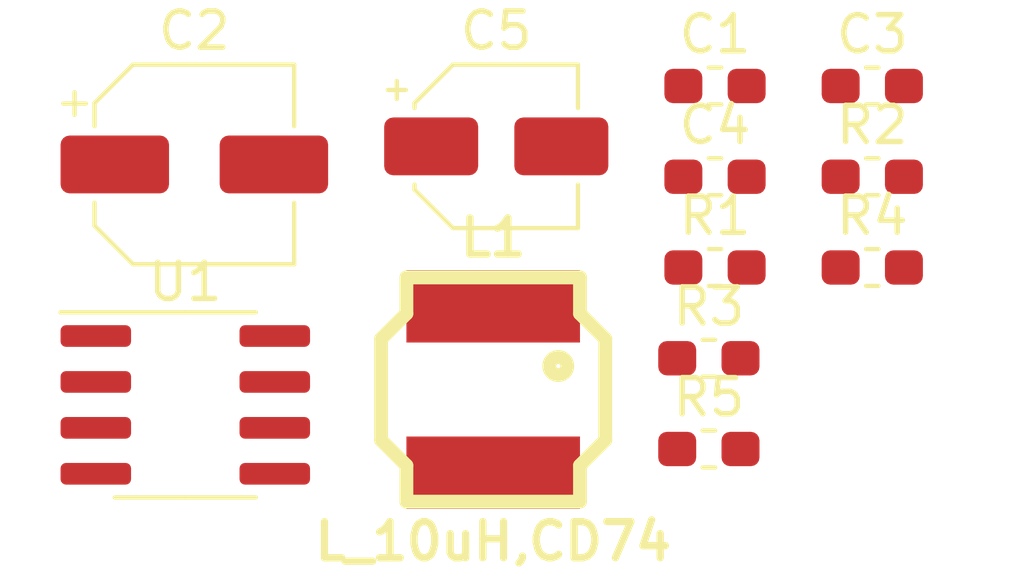
<source format=kicad_pcb>
(kicad_pcb (version 20171130) (host pcbnew 5.1.2-f72e74a~84~ubuntu18.04.1)

  (general
    (thickness 1.6)
    (drawings 0)
    (tracks 0)
    (zones 0)
    (modules 12)
    (nets 12)
  )

  (page A4)
  (layers
    (0 F.Cu signal)
    (31 B.Cu signal)
    (32 B.Adhes user)
    (33 F.Adhes user)
    (34 B.Paste user)
    (35 F.Paste user)
    (36 B.SilkS user)
    (37 F.SilkS user)
    (38 B.Mask user)
    (39 F.Mask user)
    (40 Dwgs.User user)
    (41 Cmts.User user)
    (42 Eco1.User user)
    (43 Eco2.User user)
    (44 Edge.Cuts user)
    (45 Margin user)
    (46 B.CrtYd user)
    (47 F.CrtYd user)
    (48 B.Fab user)
    (49 F.Fab user)
  )

  (setup
    (last_trace_width 0.25)
    (trace_clearance 0.2)
    (zone_clearance 0.508)
    (zone_45_only no)
    (trace_min 0.2)
    (via_size 0.8)
    (via_drill 0.4)
    (via_min_size 0.4)
    (via_min_drill 0.3)
    (uvia_size 0.3)
    (uvia_drill 0.1)
    (uvias_allowed no)
    (uvia_min_size 0.2)
    (uvia_min_drill 0.1)
    (edge_width 0.05)
    (segment_width 0.2)
    (pcb_text_width 0.3)
    (pcb_text_size 1.5 1.5)
    (mod_edge_width 0.12)
    (mod_text_size 1 1)
    (mod_text_width 0.15)
    (pad_size 1.524 1.524)
    (pad_drill 0.762)
    (pad_to_mask_clearance 0.051)
    (solder_mask_min_width 0.25)
    (aux_axis_origin 0 0)
    (visible_elements FFFFFF7F)
    (pcbplotparams
      (layerselection 0x010fc_ffffffff)
      (usegerberextensions false)
      (usegerberattributes false)
      (usegerberadvancedattributes false)
      (creategerberjobfile false)
      (excludeedgelayer true)
      (linewidth 0.100000)
      (plotframeref false)
      (viasonmask false)
      (mode 1)
      (useauxorigin false)
      (hpglpennumber 1)
      (hpglpenspeed 20)
      (hpglpendiameter 15.000000)
      (psnegative false)
      (psa4output false)
      (plotreference true)
      (plotvalue true)
      (plotinvisibletext false)
      (padsonsilk false)
      (subtractmaskfromsilk false)
      (outputformat 1)
      (mirror false)
      (drillshape 1)
      (scaleselection 1)
      (outputdirectory ""))
  )

  (net 0 "")
  (net 1 "Net-(C1-Pad2)")
  (net 2 "Net-(C1-Pad1)")
  (net 3 GND)
  (net 4 "Net-(C2-Pad1)")
  (net 5 "Net-(C3-Pad1)")
  (net 6 "Net-(C4-Pad2)")
  (net 7 "Net-(C4-Pad1)")
  (net 8 "Net-(C5-Pad1)")
  (net 9 "Net-(R1-Pad2)")
  (net 10 "Net-(J1-Pad1)")
  (net 11 "Net-(R2-Pad2)")

  (net_class Default "This is the default net class."
    (clearance 0.2)
    (trace_width 0.25)
    (via_dia 0.8)
    (via_drill 0.4)
    (uvia_dia 0.3)
    (uvia_drill 0.1)
    (add_net GND)
    (add_net "Net-(C1-Pad1)")
    (add_net "Net-(C1-Pad2)")
    (add_net "Net-(C2-Pad1)")
    (add_net "Net-(C3-Pad1)")
    (add_net "Net-(C4-Pad1)")
    (add_net "Net-(C4-Pad2)")
    (add_net "Net-(C5-Pad1)")
    (add_net "Net-(J1-Pad1)")
    (add_net "Net-(R1-Pad2)")
    (add_net "Net-(R2-Pad2)")
  )

  (module Package_SO:SOIC-8_3.9x4.9mm_P1.27mm (layer F.Cu) (tedit 5C97300E) (tstamp 5CD1AE35)
    (at 28.85 37.92)
    (descr "SOIC, 8 Pin (JEDEC MS-012AA, https://www.analog.com/media/en/package-pcb-resources/package/pkg_pdf/soic_narrow-r/r_8.pdf), generated with kicad-footprint-generator ipc_gullwing_generator.py")
    (tags "SOIC SO")
    (path /5CD16FB9)
    (attr smd)
    (fp_text reference U1 (at 0 -3.4) (layer F.SilkS)
      (effects (font (size 1 1) (thickness 0.15)))
    )
    (fp_text value MP2303A_ALT (at 0 3.4) (layer F.Fab)
      (effects (font (size 1 1) (thickness 0.15)))
    )
    (fp_text user %R (at 0 0) (layer F.Fab)
      (effects (font (size 0.98 0.98) (thickness 0.15)))
    )
    (fp_line (start 3.7 -2.7) (end -3.7 -2.7) (layer F.CrtYd) (width 0.05))
    (fp_line (start 3.7 2.7) (end 3.7 -2.7) (layer F.CrtYd) (width 0.05))
    (fp_line (start -3.7 2.7) (end 3.7 2.7) (layer F.CrtYd) (width 0.05))
    (fp_line (start -3.7 -2.7) (end -3.7 2.7) (layer F.CrtYd) (width 0.05))
    (fp_line (start -1.95 -1.475) (end -0.975 -2.45) (layer F.Fab) (width 0.1))
    (fp_line (start -1.95 2.45) (end -1.95 -1.475) (layer F.Fab) (width 0.1))
    (fp_line (start 1.95 2.45) (end -1.95 2.45) (layer F.Fab) (width 0.1))
    (fp_line (start 1.95 -2.45) (end 1.95 2.45) (layer F.Fab) (width 0.1))
    (fp_line (start -0.975 -2.45) (end 1.95 -2.45) (layer F.Fab) (width 0.1))
    (fp_line (start 0 -2.56) (end -3.45 -2.56) (layer F.SilkS) (width 0.12))
    (fp_line (start 0 -2.56) (end 1.95 -2.56) (layer F.SilkS) (width 0.12))
    (fp_line (start 0 2.56) (end -1.95 2.56) (layer F.SilkS) (width 0.12))
    (fp_line (start 0 2.56) (end 1.95 2.56) (layer F.SilkS) (width 0.12))
    (pad 8 smd roundrect (at 2.475 -1.905) (size 1.95 0.6) (layers F.Cu F.Paste F.Mask) (roundrect_rratio 0.25)
      (net 5 "Net-(C3-Pad1)"))
    (pad 7 smd roundrect (at 2.475 -0.635) (size 1.95 0.6) (layers F.Cu F.Paste F.Mask) (roundrect_rratio 0.25)
      (net 9 "Net-(R1-Pad2)"))
    (pad 6 smd roundrect (at 2.475 0.635) (size 1.95 0.6) (layers F.Cu F.Paste F.Mask) (roundrect_rratio 0.25)
      (net 7 "Net-(C4-Pad1)"))
    (pad 5 smd roundrect (at 2.475 1.905) (size 1.95 0.6) (layers F.Cu F.Paste F.Mask) (roundrect_rratio 0.25)
      (net 11 "Net-(R2-Pad2)"))
    (pad 4 smd roundrect (at -2.475 1.905) (size 1.95 0.6) (layers F.Cu F.Paste F.Mask) (roundrect_rratio 0.25)
      (net 3 GND))
    (pad 3 smd roundrect (at -2.475 0.635) (size 1.95 0.6) (layers F.Cu F.Paste F.Mask) (roundrect_rratio 0.25)
      (net 2 "Net-(C1-Pad1)"))
    (pad 2 smd roundrect (at -2.475 -0.635) (size 1.95 0.6) (layers F.Cu F.Paste F.Mask) (roundrect_rratio 0.25)
      (net 10 "Net-(J1-Pad1)"))
    (pad 1 smd roundrect (at -2.475 -1.905) (size 1.95 0.6) (layers F.Cu F.Paste F.Mask) (roundrect_rratio 0.25)
      (net 1 "Net-(C1-Pad2)"))
    (model ${KISYS3DMOD}/Package_SO.3dshapes/SOIC-8_3.9x4.9mm_P1.27mm.wrl
      (at (xyz 0 0 0))
      (scale (xyz 1 1 1))
      (rotate (xyz 0 0 0))
    )
  )

  (module Resistor_SMD:R_0603_1608Metric_Pad1.05x0.95mm_HandSolder (layer F.Cu) (tedit 5B301BBD) (tstamp 5CD1AE1B)
    (at 43.33 39.14)
    (descr "Resistor SMD 0603 (1608 Metric), square (rectangular) end terminal, IPC_7351 nominal with elongated pad for handsoldering. (Body size source: http://www.tortai-tech.com/upload/download/2011102023233369053.pdf), generated with kicad-footprint-generator")
    (tags "resistor handsolder")
    (path /5CD1AA04)
    (attr smd)
    (fp_text reference R5 (at 0 -1.43) (layer F.SilkS)
      (effects (font (size 1 1) (thickness 0.15)))
    )
    (fp_text value R432,0603 (at 0 1.43) (layer F.Fab)
      (effects (font (size 1 1) (thickness 0.15)))
    )
    (fp_text user %R (at 0 0) (layer F.Fab)
      (effects (font (size 0.4 0.4) (thickness 0.06)))
    )
    (fp_line (start 1.65 0.73) (end -1.65 0.73) (layer F.CrtYd) (width 0.05))
    (fp_line (start 1.65 -0.73) (end 1.65 0.73) (layer F.CrtYd) (width 0.05))
    (fp_line (start -1.65 -0.73) (end 1.65 -0.73) (layer F.CrtYd) (width 0.05))
    (fp_line (start -1.65 0.73) (end -1.65 -0.73) (layer F.CrtYd) (width 0.05))
    (fp_line (start -0.171267 0.51) (end 0.171267 0.51) (layer F.SilkS) (width 0.12))
    (fp_line (start -0.171267 -0.51) (end 0.171267 -0.51) (layer F.SilkS) (width 0.12))
    (fp_line (start 0.8 0.4) (end -0.8 0.4) (layer F.Fab) (width 0.1))
    (fp_line (start 0.8 -0.4) (end 0.8 0.4) (layer F.Fab) (width 0.1))
    (fp_line (start -0.8 -0.4) (end 0.8 -0.4) (layer F.Fab) (width 0.1))
    (fp_line (start -0.8 0.4) (end -0.8 -0.4) (layer F.Fab) (width 0.1))
    (pad 2 smd roundrect (at 0.875 0) (size 1.05 0.95) (layers F.Cu F.Paste F.Mask) (roundrect_rratio 0.25)
      (net 3 GND))
    (pad 1 smd roundrect (at -0.875 0) (size 1.05 0.95) (layers F.Cu F.Paste F.Mask) (roundrect_rratio 0.25)
      (net 6 "Net-(C4-Pad2)"))
    (model ${KISYS3DMOD}/Resistor_SMD.3dshapes/R_0603_1608Metric.wrl
      (at (xyz 0 0 0))
      (scale (xyz 1 1 1))
      (rotate (xyz 0 0 0))
    )
  )

  (module Resistor_SMD:R_0603_1608Metric_Pad1.05x0.95mm_HandSolder (layer F.Cu) (tedit 5B301BBD) (tstamp 5CD1AE0A)
    (at 47.85 34.12)
    (descr "Resistor SMD 0603 (1608 Metric), square (rectangular) end terminal, IPC_7351 nominal with elongated pad for handsoldering. (Body size source: http://www.tortai-tech.com/upload/download/2011102023233369053.pdf), generated with kicad-footprint-generator")
    (tags "resistor handsolder")
    (path /5CD29D14)
    (attr smd)
    (fp_text reference R4 (at 0 -1.43) (layer F.SilkS)
      (effects (font (size 1 1) (thickness 0.15)))
    )
    (fp_text value R103,0603 (at 0 1.43) (layer F.Fab)
      (effects (font (size 1 1) (thickness 0.15)))
    )
    (fp_text user %R (at 0 0) (layer F.Fab)
      (effects (font (size 0.4 0.4) (thickness 0.06)))
    )
    (fp_line (start 1.65 0.73) (end -1.65 0.73) (layer F.CrtYd) (width 0.05))
    (fp_line (start 1.65 -0.73) (end 1.65 0.73) (layer F.CrtYd) (width 0.05))
    (fp_line (start -1.65 -0.73) (end 1.65 -0.73) (layer F.CrtYd) (width 0.05))
    (fp_line (start -1.65 0.73) (end -1.65 -0.73) (layer F.CrtYd) (width 0.05))
    (fp_line (start -0.171267 0.51) (end 0.171267 0.51) (layer F.SilkS) (width 0.12))
    (fp_line (start -0.171267 -0.51) (end 0.171267 -0.51) (layer F.SilkS) (width 0.12))
    (fp_line (start 0.8 0.4) (end -0.8 0.4) (layer F.Fab) (width 0.1))
    (fp_line (start 0.8 -0.4) (end 0.8 0.4) (layer F.Fab) (width 0.1))
    (fp_line (start -0.8 -0.4) (end 0.8 -0.4) (layer F.Fab) (width 0.1))
    (fp_line (start -0.8 0.4) (end -0.8 -0.4) (layer F.Fab) (width 0.1))
    (pad 2 smd roundrect (at 0.875 0) (size 1.05 0.95) (layers F.Cu F.Paste F.Mask) (roundrect_rratio 0.25)
      (net 3 GND))
    (pad 1 smd roundrect (at -0.875 0) (size 1.05 0.95) (layers F.Cu F.Paste F.Mask) (roundrect_rratio 0.25)
      (net 11 "Net-(R2-Pad2)"))
    (model ${KISYS3DMOD}/Resistor_SMD.3dshapes/R_0603_1608Metric.wrl
      (at (xyz 0 0 0))
      (scale (xyz 1 1 1))
      (rotate (xyz 0 0 0))
    )
  )

  (module Resistor_SMD:R_0603_1608Metric_Pad1.05x0.95mm_HandSolder (layer F.Cu) (tedit 5B301BBD) (tstamp 5CD1ADF9)
    (at 43.33 36.63)
    (descr "Resistor SMD 0603 (1608 Metric), square (rectangular) end terminal, IPC_7351 nominal with elongated pad for handsoldering. (Body size source: http://www.tortai-tech.com/upload/download/2011102023233369053.pdf), generated with kicad-footprint-generator")
    (tags "resistor handsolder")
    (path /5CD18D54)
    (attr smd)
    (fp_text reference R3 (at 0 -1.43) (layer F.SilkS)
      (effects (font (size 1 1) (thickness 0.15)))
    )
    (fp_text value R473,0603 (at 0 1.43) (layer F.Fab)
      (effects (font (size 1 1) (thickness 0.15)))
    )
    (fp_text user %R (at 0 0) (layer F.Fab)
      (effects (font (size 0.4 0.4) (thickness 0.06)))
    )
    (fp_line (start 1.65 0.73) (end -1.65 0.73) (layer F.CrtYd) (width 0.05))
    (fp_line (start 1.65 -0.73) (end 1.65 0.73) (layer F.CrtYd) (width 0.05))
    (fp_line (start -1.65 -0.73) (end 1.65 -0.73) (layer F.CrtYd) (width 0.05))
    (fp_line (start -1.65 0.73) (end -1.65 -0.73) (layer F.CrtYd) (width 0.05))
    (fp_line (start -0.171267 0.51) (end 0.171267 0.51) (layer F.SilkS) (width 0.12))
    (fp_line (start -0.171267 -0.51) (end 0.171267 -0.51) (layer F.SilkS) (width 0.12))
    (fp_line (start 0.8 0.4) (end -0.8 0.4) (layer F.Fab) (width 0.1))
    (fp_line (start 0.8 -0.4) (end 0.8 0.4) (layer F.Fab) (width 0.1))
    (fp_line (start -0.8 -0.4) (end 0.8 -0.4) (layer F.Fab) (width 0.1))
    (fp_line (start -0.8 0.4) (end -0.8 -0.4) (layer F.Fab) (width 0.1))
    (pad 2 smd roundrect (at 0.875 0) (size 1.05 0.95) (layers F.Cu F.Paste F.Mask) (roundrect_rratio 0.25)
      (net 3 GND))
    (pad 1 smd roundrect (at -0.875 0) (size 1.05 0.95) (layers F.Cu F.Paste F.Mask) (roundrect_rratio 0.25)
      (net 9 "Net-(R1-Pad2)"))
    (model ${KISYS3DMOD}/Resistor_SMD.3dshapes/R_0603_1608Metric.wrl
      (at (xyz 0 0 0))
      (scale (xyz 1 1 1))
      (rotate (xyz 0 0 0))
    )
  )

  (module Resistor_SMD:R_0603_1608Metric_Pad1.05x0.95mm_HandSolder (layer F.Cu) (tedit 5B301BBD) (tstamp 5CD1ADE8)
    (at 47.85 31.61)
    (descr "Resistor SMD 0603 (1608 Metric), square (rectangular) end terminal, IPC_7351 nominal with elongated pad for handsoldering. (Body size source: http://www.tortai-tech.com/upload/download/2011102023233369053.pdf), generated with kicad-footprint-generator")
    (tags "resistor handsolder")
    (path /5CD1E69A)
    (attr smd)
    (fp_text reference R2 (at 0 -1.43) (layer F.SilkS)
      (effects (font (size 1 1) (thickness 0.15)))
    )
    (fp_text value R303,0603 (at 0 1.43) (layer F.Fab)
      (effects (font (size 1 1) (thickness 0.15)))
    )
    (fp_text user %R (at 0 0) (layer F.Fab)
      (effects (font (size 0.4 0.4) (thickness 0.06)))
    )
    (fp_line (start 1.65 0.73) (end -1.65 0.73) (layer F.CrtYd) (width 0.05))
    (fp_line (start 1.65 -0.73) (end 1.65 0.73) (layer F.CrtYd) (width 0.05))
    (fp_line (start -1.65 -0.73) (end 1.65 -0.73) (layer F.CrtYd) (width 0.05))
    (fp_line (start -1.65 0.73) (end -1.65 -0.73) (layer F.CrtYd) (width 0.05))
    (fp_line (start -0.171267 0.51) (end 0.171267 0.51) (layer F.SilkS) (width 0.12))
    (fp_line (start -0.171267 -0.51) (end 0.171267 -0.51) (layer F.SilkS) (width 0.12))
    (fp_line (start 0.8 0.4) (end -0.8 0.4) (layer F.Fab) (width 0.1))
    (fp_line (start 0.8 -0.4) (end 0.8 0.4) (layer F.Fab) (width 0.1))
    (fp_line (start -0.8 -0.4) (end 0.8 -0.4) (layer F.Fab) (width 0.1))
    (fp_line (start -0.8 0.4) (end -0.8 -0.4) (layer F.Fab) (width 0.1))
    (pad 2 smd roundrect (at 0.875 0) (size 1.05 0.95) (layers F.Cu F.Paste F.Mask) (roundrect_rratio 0.25)
      (net 11 "Net-(R2-Pad2)"))
    (pad 1 smd roundrect (at -0.875 0) (size 1.05 0.95) (layers F.Cu F.Paste F.Mask) (roundrect_rratio 0.25)
      (net 8 "Net-(C5-Pad1)"))
    (model ${KISYS3DMOD}/Resistor_SMD.3dshapes/R_0603_1608Metric.wrl
      (at (xyz 0 0 0))
      (scale (xyz 1 1 1))
      (rotate (xyz 0 0 0))
    )
  )

  (module Resistor_SMD:R_0603_1608Metric_Pad1.05x0.95mm_HandSolder (layer F.Cu) (tedit 5B301BBD) (tstamp 5CD1ADD7)
    (at 43.5 34.12)
    (descr "Resistor SMD 0603 (1608 Metric), square (rectangular) end terminal, IPC_7351 nominal with elongated pad for handsoldering. (Body size source: http://www.tortai-tech.com/upload/download/2011102023233369053.pdf), generated with kicad-footprint-generator")
    (tags "resistor handsolder")
    (path /5CD188AE)
    (attr smd)
    (fp_text reference R1 (at 0 -1.43) (layer F.SilkS)
      (effects (font (size 1 1) (thickness 0.15)))
    )
    (fp_text value R104,0603 (at 0 1.43) (layer F.Fab)
      (effects (font (size 1 1) (thickness 0.15)))
    )
    (fp_text user %R (at 0 0) (layer F.Fab)
      (effects (font (size 0.4 0.4) (thickness 0.06)))
    )
    (fp_line (start 1.65 0.73) (end -1.65 0.73) (layer F.CrtYd) (width 0.05))
    (fp_line (start 1.65 -0.73) (end 1.65 0.73) (layer F.CrtYd) (width 0.05))
    (fp_line (start -1.65 -0.73) (end 1.65 -0.73) (layer F.CrtYd) (width 0.05))
    (fp_line (start -1.65 0.73) (end -1.65 -0.73) (layer F.CrtYd) (width 0.05))
    (fp_line (start -0.171267 0.51) (end 0.171267 0.51) (layer F.SilkS) (width 0.12))
    (fp_line (start -0.171267 -0.51) (end 0.171267 -0.51) (layer F.SilkS) (width 0.12))
    (fp_line (start 0.8 0.4) (end -0.8 0.4) (layer F.Fab) (width 0.1))
    (fp_line (start 0.8 -0.4) (end 0.8 0.4) (layer F.Fab) (width 0.1))
    (fp_line (start -0.8 -0.4) (end 0.8 -0.4) (layer F.Fab) (width 0.1))
    (fp_line (start -0.8 0.4) (end -0.8 -0.4) (layer F.Fab) (width 0.1))
    (pad 2 smd roundrect (at 0.875 0) (size 1.05 0.95) (layers F.Cu F.Paste F.Mask) (roundrect_rratio 0.25)
      (net 9 "Net-(R1-Pad2)"))
    (pad 1 smd roundrect (at -0.875 0) (size 1.05 0.95) (layers F.Cu F.Paste F.Mask) (roundrect_rratio 0.25)
      (net 10 "Net-(J1-Pad1)"))
    (model ${KISYS3DMOD}/Resistor_SMD.3dshapes/R_0603_1608Metric.wrl
      (at (xyz 0 0 0))
      (scale (xyz 1 1 1))
      (rotate (xyz 0 0 0))
    )
  )

  (module w_smd_inductors:inductor_smd_6x4.3mm (layer F.Cu) (tedit 5B631079) (tstamp 5CD1ADC6)
    (at 37.3655 37.494999)
    (descr "Inductor SMD, 6mm x h.4,3mm, Murata LQH6PP")
    (path /5CD1DA11)
    (fp_text reference L1 (at 0 -4.2) (layer F.SilkS)
      (effects (font (size 1 1) (thickness 0.2)))
    )
    (fp_text value L_10uH,CD74 (at 0 4.2) (layer F.SilkS)
      (effects (font (size 1 1) (thickness 0.2)))
    )
    (fp_line (start -2.4 -2.1) (end -2.4 -3.1) (layer F.SilkS) (width 0.381))
    (fp_line (start 2.4 -3.1) (end 2.4 -2.1) (layer F.SilkS) (width 0.381))
    (fp_line (start -2.4 2.1) (end -2.4 3.1) (layer F.SilkS) (width 0.381))
    (fp_line (start 2.4 3.1) (end 2.4 2.1) (layer F.SilkS) (width 0.381))
    (fp_line (start -2.4 -3.1) (end 2.4 -3.1) (layer F.SilkS) (width 0.381))
    (fp_line (start 3.1 1.4) (end 3.1 -1.4) (layer F.SilkS) (width 0.381))
    (fp_line (start 2.4 3.1) (end -2.4 3.1) (layer F.SilkS) (width 0.381))
    (fp_line (start -3.1 1.4) (end -3.1 -1.4) (layer F.SilkS) (width 0.381))
    (fp_line (start -2.4 2.1) (end -3.1 1.4) (layer F.SilkS) (width 0.381))
    (fp_line (start -2.4 -2.1) (end -3.1 -1.4) (layer F.SilkS) (width 0.381))
    (fp_line (start 2.4 -2.1) (end 3.1 -1.4) (layer F.SilkS) (width 0.381))
    (fp_line (start 2.4 2.1) (end 3.1 1.4) (layer F.SilkS) (width 0.381))
    (fp_circle (center 1.8 -0.64968) (end 1.8 -0.40076) (layer F.SilkS) (width 0.381))
    (pad 1 smd rect (at 0 -2.3) (size 4.8 2) (layers F.Cu F.Paste F.Mask)
      (net 2 "Net-(C1-Pad1)"))
    (pad 2 smd rect (at 0 2.3) (size 4.8 2) (layers F.Cu F.Paste F.Mask)
      (net 8 "Net-(C5-Pad1)"))
    (model ${HOME}/_workspace/kicad/kicad_library/smisioto-footprints/modules/packages3d/walter/smd_inductors/inductor_smd_6x4.3mm.wrl
      (at (xyz 0 0 0))
      (scale (xyz 1 1 1))
      (rotate (xyz 0 0 0))
    )
  )

  (module Capacitor_SMD:CP_Elec_4x5.3 (layer F.Cu) (tedit 5BCA39CF) (tstamp 5CD1ADB3)
    (at 37.45 30.77)
    (descr "SMD capacitor, aluminum electrolytic, Vishay, 4.0x5.3mm")
    (tags "capacitor electrolytic")
    (path /5CD1FBAD)
    (attr smd)
    (fp_text reference C5 (at 0 -3.2) (layer F.SilkS)
      (effects (font (size 1 1) (thickness 0.15)))
    )
    (fp_text value CP47uf,10V (at 0 3.2) (layer F.Fab)
      (effects (font (size 1 1) (thickness 0.15)))
    )
    (fp_text user %R (at 0 0) (layer F.Fab)
      (effects (font (size 0.8 0.8) (thickness 0.12)))
    )
    (fp_line (start -3.35 1.05) (end -2.4 1.05) (layer F.CrtYd) (width 0.05))
    (fp_line (start -3.35 -1.05) (end -3.35 1.05) (layer F.CrtYd) (width 0.05))
    (fp_line (start -2.4 -1.05) (end -3.35 -1.05) (layer F.CrtYd) (width 0.05))
    (fp_line (start -2.4 1.05) (end -2.4 1.25) (layer F.CrtYd) (width 0.05))
    (fp_line (start -2.4 -1.25) (end -2.4 -1.05) (layer F.CrtYd) (width 0.05))
    (fp_line (start -2.4 -1.25) (end -1.25 -2.4) (layer F.CrtYd) (width 0.05))
    (fp_line (start -2.4 1.25) (end -1.25 2.4) (layer F.CrtYd) (width 0.05))
    (fp_line (start -1.25 -2.4) (end 2.4 -2.4) (layer F.CrtYd) (width 0.05))
    (fp_line (start -1.25 2.4) (end 2.4 2.4) (layer F.CrtYd) (width 0.05))
    (fp_line (start 2.4 1.05) (end 2.4 2.4) (layer F.CrtYd) (width 0.05))
    (fp_line (start 3.35 1.05) (end 2.4 1.05) (layer F.CrtYd) (width 0.05))
    (fp_line (start 3.35 -1.05) (end 3.35 1.05) (layer F.CrtYd) (width 0.05))
    (fp_line (start 2.4 -1.05) (end 3.35 -1.05) (layer F.CrtYd) (width 0.05))
    (fp_line (start 2.4 -2.4) (end 2.4 -1.05) (layer F.CrtYd) (width 0.05))
    (fp_line (start -2.75 -1.81) (end -2.75 -1.31) (layer F.SilkS) (width 0.12))
    (fp_line (start -3 -1.56) (end -2.5 -1.56) (layer F.SilkS) (width 0.12))
    (fp_line (start -2.26 1.195563) (end -1.195563 2.26) (layer F.SilkS) (width 0.12))
    (fp_line (start -2.26 -1.195563) (end -1.195563 -2.26) (layer F.SilkS) (width 0.12))
    (fp_line (start -2.26 -1.195563) (end -2.26 -1.06) (layer F.SilkS) (width 0.12))
    (fp_line (start -2.26 1.195563) (end -2.26 1.06) (layer F.SilkS) (width 0.12))
    (fp_line (start -1.195563 2.26) (end 2.26 2.26) (layer F.SilkS) (width 0.12))
    (fp_line (start -1.195563 -2.26) (end 2.26 -2.26) (layer F.SilkS) (width 0.12))
    (fp_line (start 2.26 -2.26) (end 2.26 -1.06) (layer F.SilkS) (width 0.12))
    (fp_line (start 2.26 2.26) (end 2.26 1.06) (layer F.SilkS) (width 0.12))
    (fp_line (start -1.374773 -1.2) (end -1.374773 -0.8) (layer F.Fab) (width 0.1))
    (fp_line (start -1.574773 -1) (end -1.174773 -1) (layer F.Fab) (width 0.1))
    (fp_line (start -2.15 1.15) (end -1.15 2.15) (layer F.Fab) (width 0.1))
    (fp_line (start -2.15 -1.15) (end -1.15 -2.15) (layer F.Fab) (width 0.1))
    (fp_line (start -2.15 -1.15) (end -2.15 1.15) (layer F.Fab) (width 0.1))
    (fp_line (start -1.15 2.15) (end 2.15 2.15) (layer F.Fab) (width 0.1))
    (fp_line (start -1.15 -2.15) (end 2.15 -2.15) (layer F.Fab) (width 0.1))
    (fp_line (start 2.15 -2.15) (end 2.15 2.15) (layer F.Fab) (width 0.1))
    (fp_circle (center 0 0) (end 2 0) (layer F.Fab) (width 0.1))
    (pad 2 smd roundrect (at 1.8 0) (size 2.6 1.6) (layers F.Cu F.Paste F.Mask) (roundrect_rratio 0.15625)
      (net 3 GND))
    (pad 1 smd roundrect (at -1.8 0) (size 2.6 1.6) (layers F.Cu F.Paste F.Mask) (roundrect_rratio 0.15625)
      (net 8 "Net-(C5-Pad1)"))
    (model ${KISYS3DMOD}/Capacitor_SMD.3dshapes/CP_Elec_4x5.3.wrl
      (at (xyz 0 0 0))
      (scale (xyz 1 1 1))
      (rotate (xyz 0 0 0))
    )
  )

  (module Capacitor_SMD:C_0603_1608Metric_Pad1.05x0.95mm_HandSolder (layer F.Cu) (tedit 5B301BBE) (tstamp 5CD1AD8B)
    (at 43.5 31.61)
    (descr "Capacitor SMD 0603 (1608 Metric), square (rectangular) end terminal, IPC_7351 nominal with elongated pad for handsoldering. (Body size source: http://www.tortai-tech.com/upload/download/2011102023233369053.pdf), generated with kicad-footprint-generator")
    (tags "capacitor handsolder")
    (path /5CD1A20E)
    (attr smd)
    (fp_text reference C4 (at 0 -1.43) (layer F.SilkS)
      (effects (font (size 1 1) (thickness 0.15)))
    )
    (fp_text value C472,0603 (at 0 1.43) (layer F.Fab)
      (effects (font (size 1 1) (thickness 0.15)))
    )
    (fp_text user %R (at 0 0) (layer F.Fab)
      (effects (font (size 0.4 0.4) (thickness 0.06)))
    )
    (fp_line (start 1.65 0.73) (end -1.65 0.73) (layer F.CrtYd) (width 0.05))
    (fp_line (start 1.65 -0.73) (end 1.65 0.73) (layer F.CrtYd) (width 0.05))
    (fp_line (start -1.65 -0.73) (end 1.65 -0.73) (layer F.CrtYd) (width 0.05))
    (fp_line (start -1.65 0.73) (end -1.65 -0.73) (layer F.CrtYd) (width 0.05))
    (fp_line (start -0.171267 0.51) (end 0.171267 0.51) (layer F.SilkS) (width 0.12))
    (fp_line (start -0.171267 -0.51) (end 0.171267 -0.51) (layer F.SilkS) (width 0.12))
    (fp_line (start 0.8 0.4) (end -0.8 0.4) (layer F.Fab) (width 0.1))
    (fp_line (start 0.8 -0.4) (end 0.8 0.4) (layer F.Fab) (width 0.1))
    (fp_line (start -0.8 -0.4) (end 0.8 -0.4) (layer F.Fab) (width 0.1))
    (fp_line (start -0.8 0.4) (end -0.8 -0.4) (layer F.Fab) (width 0.1))
    (pad 2 smd roundrect (at 0.875 0) (size 1.05 0.95) (layers F.Cu F.Paste F.Mask) (roundrect_rratio 0.25)
      (net 6 "Net-(C4-Pad2)"))
    (pad 1 smd roundrect (at -0.875 0) (size 1.05 0.95) (layers F.Cu F.Paste F.Mask) (roundrect_rratio 0.25)
      (net 7 "Net-(C4-Pad1)"))
    (model ${KISYS3DMOD}/Capacitor_SMD.3dshapes/C_0603_1608Metric.wrl
      (at (xyz 0 0 0))
      (scale (xyz 1 1 1))
      (rotate (xyz 0 0 0))
    )
  )

  (module Capacitor_SMD:C_0603_1608Metric_Pad1.05x0.95mm_HandSolder (layer F.Cu) (tedit 5B301BBE) (tstamp 5CD1AD7A)
    (at 47.85 29.1)
    (descr "Capacitor SMD 0603 (1608 Metric), square (rectangular) end terminal, IPC_7351 nominal with elongated pad for handsoldering. (Body size source: http://www.tortai-tech.com/upload/download/2011102023233369053.pdf), generated with kicad-footprint-generator")
    (tags "capacitor handsolder")
    (path /5CD19256)
    (attr smd)
    (fp_text reference C3 (at 0 -1.43) (layer F.SilkS)
      (effects (font (size 1 1) (thickness 0.15)))
    )
    (fp_text value C104,0603 (at 0 1.43) (layer F.Fab)
      (effects (font (size 1 1) (thickness 0.15)))
    )
    (fp_text user %R (at 0 0) (layer F.Fab)
      (effects (font (size 0.4 0.4) (thickness 0.06)))
    )
    (fp_line (start 1.65 0.73) (end -1.65 0.73) (layer F.CrtYd) (width 0.05))
    (fp_line (start 1.65 -0.73) (end 1.65 0.73) (layer F.CrtYd) (width 0.05))
    (fp_line (start -1.65 -0.73) (end 1.65 -0.73) (layer F.CrtYd) (width 0.05))
    (fp_line (start -1.65 0.73) (end -1.65 -0.73) (layer F.CrtYd) (width 0.05))
    (fp_line (start -0.171267 0.51) (end 0.171267 0.51) (layer F.SilkS) (width 0.12))
    (fp_line (start -0.171267 -0.51) (end 0.171267 -0.51) (layer F.SilkS) (width 0.12))
    (fp_line (start 0.8 0.4) (end -0.8 0.4) (layer F.Fab) (width 0.1))
    (fp_line (start 0.8 -0.4) (end 0.8 0.4) (layer F.Fab) (width 0.1))
    (fp_line (start -0.8 -0.4) (end 0.8 -0.4) (layer F.Fab) (width 0.1))
    (fp_line (start -0.8 0.4) (end -0.8 -0.4) (layer F.Fab) (width 0.1))
    (pad 2 smd roundrect (at 0.875 0) (size 1.05 0.95) (layers F.Cu F.Paste F.Mask) (roundrect_rratio 0.25)
      (net 3 GND))
    (pad 1 smd roundrect (at -0.875 0) (size 1.05 0.95) (layers F.Cu F.Paste F.Mask) (roundrect_rratio 0.25)
      (net 5 "Net-(C3-Pad1)"))
    (model ${KISYS3DMOD}/Capacitor_SMD.3dshapes/C_0603_1608Metric.wrl
      (at (xyz 0 0 0))
      (scale (xyz 1 1 1))
      (rotate (xyz 0 0 0))
    )
  )

  (module Capacitor_SMD:CP_Elec_5x5.3 (layer F.Cu) (tedit 5BCA39CF) (tstamp 5CD1AD69)
    (at 29.1 31.27)
    (descr "SMD capacitor, aluminum electrolytic, Nichicon, 5.0x5.3mm")
    (tags "capacitor electrolytic")
    (path /5CD17CFA)
    (attr smd)
    (fp_text reference C2 (at 0 -3.7) (layer F.SilkS)
      (effects (font (size 1 1) (thickness 0.15)))
    )
    (fp_text value CP10uf,50V (at 0 3.7) (layer F.Fab)
      (effects (font (size 1 1) (thickness 0.15)))
    )
    (fp_text user %R (at 0 0) (layer F.Fab)
      (effects (font (size 1 1) (thickness 0.15)))
    )
    (fp_line (start -3.95 1.05) (end -2.9 1.05) (layer F.CrtYd) (width 0.05))
    (fp_line (start -3.95 -1.05) (end -3.95 1.05) (layer F.CrtYd) (width 0.05))
    (fp_line (start -2.9 -1.05) (end -3.95 -1.05) (layer F.CrtYd) (width 0.05))
    (fp_line (start -2.9 1.05) (end -2.9 1.75) (layer F.CrtYd) (width 0.05))
    (fp_line (start -2.9 -1.75) (end -2.9 -1.05) (layer F.CrtYd) (width 0.05))
    (fp_line (start -2.9 -1.75) (end -1.75 -2.9) (layer F.CrtYd) (width 0.05))
    (fp_line (start -2.9 1.75) (end -1.75 2.9) (layer F.CrtYd) (width 0.05))
    (fp_line (start -1.75 -2.9) (end 2.9 -2.9) (layer F.CrtYd) (width 0.05))
    (fp_line (start -1.75 2.9) (end 2.9 2.9) (layer F.CrtYd) (width 0.05))
    (fp_line (start 2.9 1.05) (end 2.9 2.9) (layer F.CrtYd) (width 0.05))
    (fp_line (start 3.95 1.05) (end 2.9 1.05) (layer F.CrtYd) (width 0.05))
    (fp_line (start 3.95 -1.05) (end 3.95 1.05) (layer F.CrtYd) (width 0.05))
    (fp_line (start 2.9 -1.05) (end 3.95 -1.05) (layer F.CrtYd) (width 0.05))
    (fp_line (start 2.9 -2.9) (end 2.9 -1.05) (layer F.CrtYd) (width 0.05))
    (fp_line (start -3.3125 -1.9975) (end -3.3125 -1.3725) (layer F.SilkS) (width 0.12))
    (fp_line (start -3.625 -1.685) (end -3 -1.685) (layer F.SilkS) (width 0.12))
    (fp_line (start -2.76 1.695563) (end -1.695563 2.76) (layer F.SilkS) (width 0.12))
    (fp_line (start -2.76 -1.695563) (end -1.695563 -2.76) (layer F.SilkS) (width 0.12))
    (fp_line (start -2.76 -1.695563) (end -2.76 -1.06) (layer F.SilkS) (width 0.12))
    (fp_line (start -2.76 1.695563) (end -2.76 1.06) (layer F.SilkS) (width 0.12))
    (fp_line (start -1.695563 2.76) (end 2.76 2.76) (layer F.SilkS) (width 0.12))
    (fp_line (start -1.695563 -2.76) (end 2.76 -2.76) (layer F.SilkS) (width 0.12))
    (fp_line (start 2.76 -2.76) (end 2.76 -1.06) (layer F.SilkS) (width 0.12))
    (fp_line (start 2.76 2.76) (end 2.76 1.06) (layer F.SilkS) (width 0.12))
    (fp_line (start -1.783956 -1.45) (end -1.783956 -0.95) (layer F.Fab) (width 0.1))
    (fp_line (start -2.033956 -1.2) (end -1.533956 -1.2) (layer F.Fab) (width 0.1))
    (fp_line (start -2.65 1.65) (end -1.65 2.65) (layer F.Fab) (width 0.1))
    (fp_line (start -2.65 -1.65) (end -1.65 -2.65) (layer F.Fab) (width 0.1))
    (fp_line (start -2.65 -1.65) (end -2.65 1.65) (layer F.Fab) (width 0.1))
    (fp_line (start -1.65 2.65) (end 2.65 2.65) (layer F.Fab) (width 0.1))
    (fp_line (start -1.65 -2.65) (end 2.65 -2.65) (layer F.Fab) (width 0.1))
    (fp_line (start 2.65 -2.65) (end 2.65 2.65) (layer F.Fab) (width 0.1))
    (fp_circle (center 0 0) (end 2.5 0) (layer F.Fab) (width 0.1))
    (pad 2 smd roundrect (at 2.2 0) (size 3 1.6) (layers F.Cu F.Paste F.Mask) (roundrect_rratio 0.15625)
      (net 3 GND))
    (pad 1 smd roundrect (at -2.2 0) (size 3 1.6) (layers F.Cu F.Paste F.Mask) (roundrect_rratio 0.15625)
      (net 4 "Net-(C2-Pad1)"))
    (model ${KISYS3DMOD}/Capacitor_SMD.3dshapes/CP_Elec_5x5.3.wrl
      (at (xyz 0 0 0))
      (scale (xyz 1 1 1))
      (rotate (xyz 0 0 0))
    )
  )

  (module Capacitor_SMD:C_0603_1608Metric_Pad1.05x0.95mm_HandSolder (layer F.Cu) (tedit 5B301BBE) (tstamp 5CD1AD41)
    (at 43.5 29.1)
    (descr "Capacitor SMD 0603 (1608 Metric), square (rectangular) end terminal, IPC_7351 nominal with elongated pad for handsoldering. (Body size source: http://www.tortai-tech.com/upload/download/2011102023233369053.pdf), generated with kicad-footprint-generator")
    (tags "capacitor handsolder")
    (path /5CD1D295)
    (attr smd)
    (fp_text reference C1 (at 0 -1.43) (layer F.SilkS)
      (effects (font (size 1 1) (thickness 0.15)))
    )
    (fp_text value C103,0603 (at 0 1.43) (layer F.Fab)
      (effects (font (size 1 1) (thickness 0.15)))
    )
    (fp_text user %R (at 0 0) (layer F.Fab)
      (effects (font (size 0.4 0.4) (thickness 0.06)))
    )
    (fp_line (start 1.65 0.73) (end -1.65 0.73) (layer F.CrtYd) (width 0.05))
    (fp_line (start 1.65 -0.73) (end 1.65 0.73) (layer F.CrtYd) (width 0.05))
    (fp_line (start -1.65 -0.73) (end 1.65 -0.73) (layer F.CrtYd) (width 0.05))
    (fp_line (start -1.65 0.73) (end -1.65 -0.73) (layer F.CrtYd) (width 0.05))
    (fp_line (start -0.171267 0.51) (end 0.171267 0.51) (layer F.SilkS) (width 0.12))
    (fp_line (start -0.171267 -0.51) (end 0.171267 -0.51) (layer F.SilkS) (width 0.12))
    (fp_line (start 0.8 0.4) (end -0.8 0.4) (layer F.Fab) (width 0.1))
    (fp_line (start 0.8 -0.4) (end 0.8 0.4) (layer F.Fab) (width 0.1))
    (fp_line (start -0.8 -0.4) (end 0.8 -0.4) (layer F.Fab) (width 0.1))
    (fp_line (start -0.8 0.4) (end -0.8 -0.4) (layer F.Fab) (width 0.1))
    (pad 2 smd roundrect (at 0.875 0) (size 1.05 0.95) (layers F.Cu F.Paste F.Mask) (roundrect_rratio 0.25)
      (net 1 "Net-(C1-Pad2)"))
    (pad 1 smd roundrect (at -0.875 0) (size 1.05 0.95) (layers F.Cu F.Paste F.Mask) (roundrect_rratio 0.25)
      (net 2 "Net-(C1-Pad1)"))
    (model ${KISYS3DMOD}/Capacitor_SMD.3dshapes/C_0603_1608Metric.wrl
      (at (xyz 0 0 0))
      (scale (xyz 1 1 1))
      (rotate (xyz 0 0 0))
    )
  )

)

</source>
